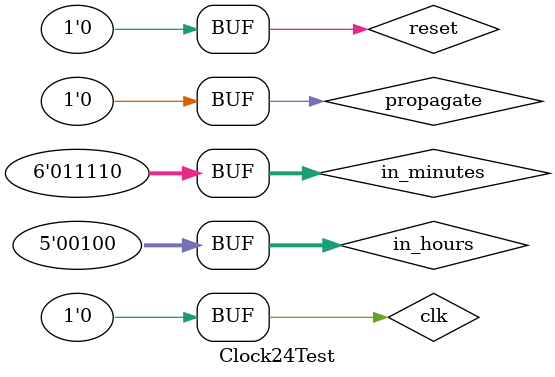
<source format=v>
`timescale 1ns / 1ps


module Clock24Test;

	// Inputs
	reg clk;
	reg reset;
	reg propagate;
	reg [4:0] in_hours;
	reg [5:0] in_minutes;

	// Outputs
	wire [4:0] hours;
	wire [5:0] minutes;
	wire [5:0] seconds;

	// Instantiate the Unit Under Test (UUT)
	Clock24 uut (
		.clk(clk), 
		.reset(reset), 
		.propagate(propagate), 
		.in_hours(in_hours), 
		.in_minutes(in_minutes), 
		.hours(hours), 
		.minutes(minutes), 
		.seconds(seconds)
	);

	initial begin
		// Initialize Inputs
		clk = 0;
		reset = 0;
		propagate = 0;
		in_hours = 4;
		in_minutes = 30;
		
		#200;
		
		propagate = 1;
		#10;
		propagate = 0;
		

	end
	
	always begin
		#0.0005; clk = 1;
		#0.0005; clk = 0;
	end
      
endmodule


</source>
